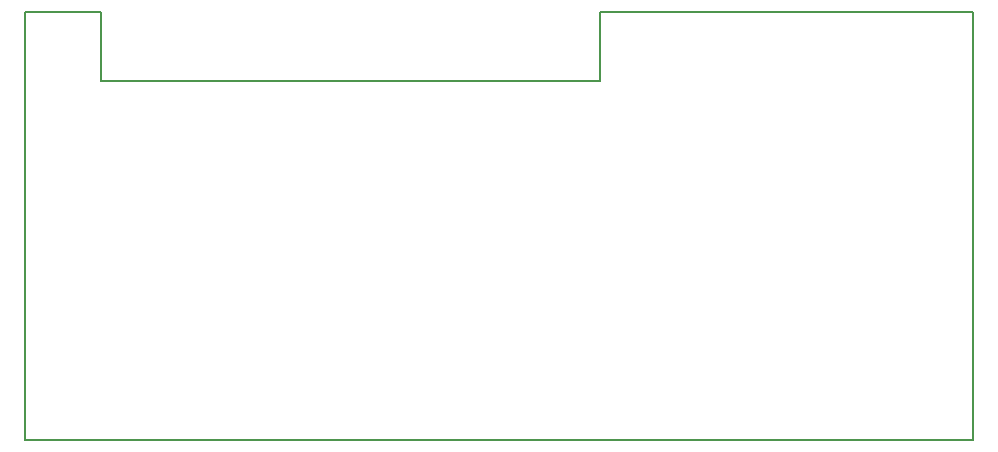
<source format=gm1>
G04 #@! TF.GenerationSoftware,KiCad,Pcbnew,5.0.0-fee4fd1~66~ubuntu18.04.1*
G04 #@! TF.CreationDate,2018-08-14T13:58:44+08:00*
G04 #@! TF.ProjectId,Boost Converter,426F6F737420436F6E7665727465722E,1.0*
G04 #@! TF.SameCoordinates,Original*
G04 #@! TF.FileFunction,Profile,NP*
%FSLAX45Y45*%
G04 Gerber Fmt 4.5, Leading zero omitted, Abs format (unit mm)*
G04 Created by KiCad (PCBNEW 5.0.0-fee4fd1~66~ubuntu18.04.1) date Tue Aug 14 13:58:44 2018*
%MOMM*%
%LPD*%
G01*
G04 APERTURE LIST*
%ADD10C,0.150000*%
G04 APERTURE END LIST*
D10*
X8385000Y-11465000D02*
X8385000Y-7835000D01*
X16415000Y-11465000D02*
X8385000Y-11465000D01*
X16415000Y-7835000D02*
X16415000Y-11465000D01*
X13255000Y-7835000D02*
X16415000Y-7835000D01*
X13255000Y-8420000D02*
X13255000Y-7835000D01*
X9030000Y-8420000D02*
X13255000Y-8420000D01*
X9030000Y-7835000D02*
X9030000Y-8420000D01*
X8385000Y-7835000D02*
X9030000Y-7835000D01*
M02*

</source>
